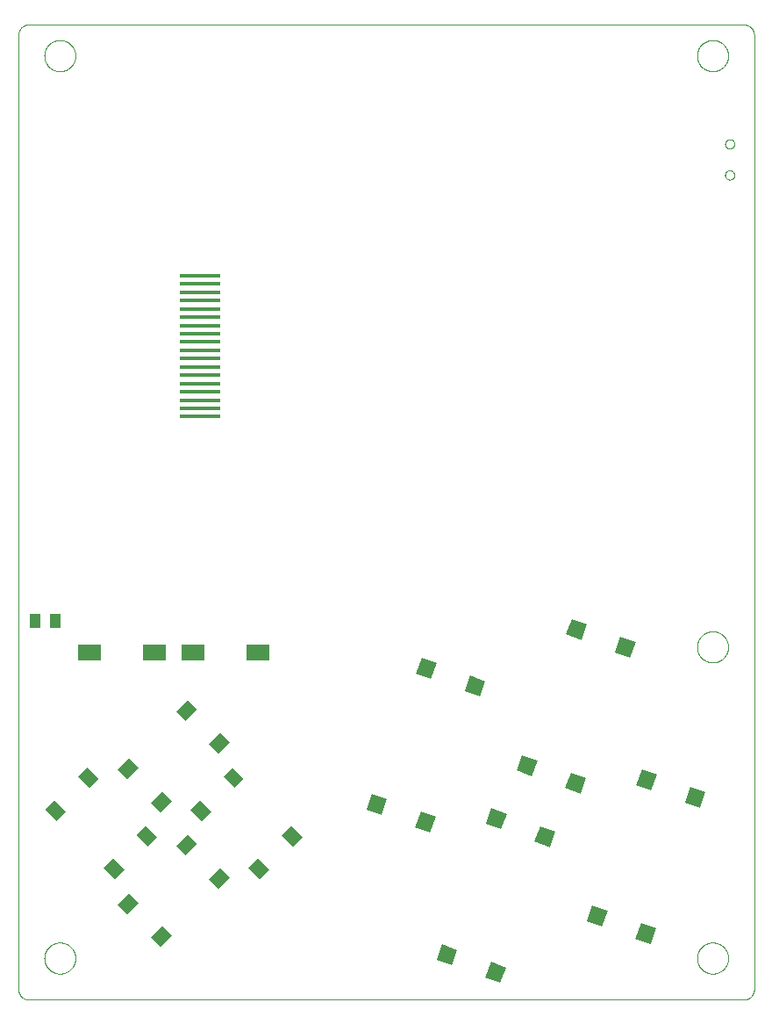
<source format=gtp>
G75*
%MOIN*%
%OFA0B0*%
%FSLAX25Y25*%
%IPPOS*%
%LPD*%
%AMOC8*
5,1,8,0,0,1.08239X$1,22.5*
%
%ADD10C,0.00000*%
%ADD11R,0.04331X0.05512*%
%ADD12R,0.15748X0.01575*%
%ADD13R,0.06299X0.06102*%
%ADD14R,0.09055X0.06299*%
%ADD15R,0.05118X0.06102*%
D10*
X0003248Y0006189D02*
X0003248Y0368394D01*
X0003250Y0368518D01*
X0003256Y0368641D01*
X0003265Y0368765D01*
X0003279Y0368887D01*
X0003296Y0369010D01*
X0003318Y0369132D01*
X0003343Y0369253D01*
X0003372Y0369373D01*
X0003404Y0369492D01*
X0003441Y0369611D01*
X0003481Y0369728D01*
X0003524Y0369843D01*
X0003572Y0369958D01*
X0003623Y0370070D01*
X0003677Y0370181D01*
X0003735Y0370291D01*
X0003796Y0370398D01*
X0003861Y0370504D01*
X0003929Y0370607D01*
X0004000Y0370708D01*
X0004074Y0370807D01*
X0004151Y0370904D01*
X0004232Y0370998D01*
X0004315Y0371089D01*
X0004401Y0371178D01*
X0004490Y0371264D01*
X0004581Y0371347D01*
X0004675Y0371428D01*
X0004772Y0371505D01*
X0004871Y0371579D01*
X0004972Y0371650D01*
X0005075Y0371718D01*
X0005181Y0371783D01*
X0005288Y0371844D01*
X0005398Y0371902D01*
X0005509Y0371956D01*
X0005621Y0372007D01*
X0005736Y0372055D01*
X0005851Y0372098D01*
X0005968Y0372138D01*
X0006087Y0372175D01*
X0006206Y0372207D01*
X0006326Y0372236D01*
X0006447Y0372261D01*
X0006569Y0372283D01*
X0006692Y0372300D01*
X0006814Y0372314D01*
X0006938Y0372323D01*
X0007061Y0372329D01*
X0007185Y0372331D01*
X0278839Y0372331D01*
X0278963Y0372329D01*
X0279086Y0372323D01*
X0279210Y0372314D01*
X0279332Y0372300D01*
X0279455Y0372283D01*
X0279577Y0372261D01*
X0279698Y0372236D01*
X0279818Y0372207D01*
X0279937Y0372175D01*
X0280056Y0372138D01*
X0280173Y0372098D01*
X0280288Y0372055D01*
X0280403Y0372007D01*
X0280515Y0371956D01*
X0280626Y0371902D01*
X0280736Y0371844D01*
X0280843Y0371783D01*
X0280949Y0371718D01*
X0281052Y0371650D01*
X0281153Y0371579D01*
X0281252Y0371505D01*
X0281349Y0371428D01*
X0281443Y0371347D01*
X0281534Y0371264D01*
X0281623Y0371178D01*
X0281709Y0371089D01*
X0281792Y0370998D01*
X0281873Y0370904D01*
X0281950Y0370807D01*
X0282024Y0370708D01*
X0282095Y0370607D01*
X0282163Y0370504D01*
X0282228Y0370398D01*
X0282289Y0370291D01*
X0282347Y0370181D01*
X0282401Y0370070D01*
X0282452Y0369958D01*
X0282500Y0369843D01*
X0282543Y0369728D01*
X0282583Y0369611D01*
X0282620Y0369492D01*
X0282652Y0369373D01*
X0282681Y0369253D01*
X0282706Y0369132D01*
X0282728Y0369010D01*
X0282745Y0368887D01*
X0282759Y0368765D01*
X0282768Y0368641D01*
X0282774Y0368518D01*
X0282776Y0368394D01*
X0282776Y0006189D01*
X0282774Y0006065D01*
X0282768Y0005942D01*
X0282759Y0005818D01*
X0282745Y0005696D01*
X0282728Y0005573D01*
X0282706Y0005451D01*
X0282681Y0005330D01*
X0282652Y0005210D01*
X0282620Y0005091D01*
X0282583Y0004972D01*
X0282543Y0004855D01*
X0282500Y0004740D01*
X0282452Y0004625D01*
X0282401Y0004513D01*
X0282347Y0004402D01*
X0282289Y0004292D01*
X0282228Y0004185D01*
X0282163Y0004079D01*
X0282095Y0003976D01*
X0282024Y0003875D01*
X0281950Y0003776D01*
X0281873Y0003679D01*
X0281792Y0003585D01*
X0281709Y0003494D01*
X0281623Y0003405D01*
X0281534Y0003319D01*
X0281443Y0003236D01*
X0281349Y0003155D01*
X0281252Y0003078D01*
X0281153Y0003004D01*
X0281052Y0002933D01*
X0280949Y0002865D01*
X0280843Y0002800D01*
X0280736Y0002739D01*
X0280626Y0002681D01*
X0280515Y0002627D01*
X0280403Y0002576D01*
X0280288Y0002528D01*
X0280173Y0002485D01*
X0280056Y0002445D01*
X0279937Y0002408D01*
X0279818Y0002376D01*
X0279698Y0002347D01*
X0279577Y0002322D01*
X0279455Y0002300D01*
X0279332Y0002283D01*
X0279210Y0002269D01*
X0279086Y0002260D01*
X0278963Y0002254D01*
X0278839Y0002252D01*
X0007185Y0002252D01*
X0007061Y0002254D01*
X0006938Y0002260D01*
X0006814Y0002269D01*
X0006692Y0002283D01*
X0006569Y0002300D01*
X0006447Y0002322D01*
X0006326Y0002347D01*
X0006206Y0002376D01*
X0006087Y0002408D01*
X0005968Y0002445D01*
X0005851Y0002485D01*
X0005736Y0002528D01*
X0005621Y0002576D01*
X0005509Y0002627D01*
X0005398Y0002681D01*
X0005288Y0002739D01*
X0005181Y0002800D01*
X0005075Y0002865D01*
X0004972Y0002933D01*
X0004871Y0003004D01*
X0004772Y0003078D01*
X0004675Y0003155D01*
X0004581Y0003236D01*
X0004490Y0003319D01*
X0004401Y0003405D01*
X0004315Y0003494D01*
X0004232Y0003585D01*
X0004151Y0003679D01*
X0004074Y0003776D01*
X0004000Y0003875D01*
X0003929Y0003976D01*
X0003861Y0004079D01*
X0003796Y0004185D01*
X0003735Y0004292D01*
X0003677Y0004402D01*
X0003623Y0004513D01*
X0003572Y0004625D01*
X0003524Y0004740D01*
X0003481Y0004855D01*
X0003441Y0004972D01*
X0003404Y0005091D01*
X0003372Y0005210D01*
X0003343Y0005330D01*
X0003318Y0005451D01*
X0003296Y0005573D01*
X0003279Y0005696D01*
X0003265Y0005818D01*
X0003256Y0005942D01*
X0003250Y0006065D01*
X0003248Y0006189D01*
X0013090Y0018000D02*
X0013092Y0018153D01*
X0013098Y0018307D01*
X0013108Y0018460D01*
X0013122Y0018612D01*
X0013140Y0018765D01*
X0013162Y0018916D01*
X0013187Y0019067D01*
X0013217Y0019218D01*
X0013251Y0019368D01*
X0013288Y0019516D01*
X0013329Y0019664D01*
X0013374Y0019810D01*
X0013423Y0019956D01*
X0013476Y0020100D01*
X0013532Y0020242D01*
X0013592Y0020383D01*
X0013656Y0020523D01*
X0013723Y0020661D01*
X0013794Y0020797D01*
X0013869Y0020931D01*
X0013946Y0021063D01*
X0014028Y0021193D01*
X0014112Y0021321D01*
X0014200Y0021447D01*
X0014291Y0021570D01*
X0014385Y0021691D01*
X0014483Y0021809D01*
X0014583Y0021925D01*
X0014687Y0022038D01*
X0014793Y0022149D01*
X0014902Y0022257D01*
X0015014Y0022362D01*
X0015128Y0022463D01*
X0015246Y0022562D01*
X0015365Y0022658D01*
X0015487Y0022751D01*
X0015612Y0022840D01*
X0015739Y0022927D01*
X0015868Y0023009D01*
X0015999Y0023089D01*
X0016132Y0023165D01*
X0016267Y0023238D01*
X0016404Y0023307D01*
X0016543Y0023372D01*
X0016683Y0023434D01*
X0016825Y0023492D01*
X0016968Y0023547D01*
X0017113Y0023598D01*
X0017259Y0023645D01*
X0017406Y0023688D01*
X0017554Y0023727D01*
X0017703Y0023763D01*
X0017853Y0023794D01*
X0018004Y0023822D01*
X0018155Y0023846D01*
X0018308Y0023866D01*
X0018460Y0023882D01*
X0018613Y0023894D01*
X0018766Y0023902D01*
X0018919Y0023906D01*
X0019073Y0023906D01*
X0019226Y0023902D01*
X0019379Y0023894D01*
X0019532Y0023882D01*
X0019684Y0023866D01*
X0019837Y0023846D01*
X0019988Y0023822D01*
X0020139Y0023794D01*
X0020289Y0023763D01*
X0020438Y0023727D01*
X0020586Y0023688D01*
X0020733Y0023645D01*
X0020879Y0023598D01*
X0021024Y0023547D01*
X0021167Y0023492D01*
X0021309Y0023434D01*
X0021449Y0023372D01*
X0021588Y0023307D01*
X0021725Y0023238D01*
X0021860Y0023165D01*
X0021993Y0023089D01*
X0022124Y0023009D01*
X0022253Y0022927D01*
X0022380Y0022840D01*
X0022505Y0022751D01*
X0022627Y0022658D01*
X0022746Y0022562D01*
X0022864Y0022463D01*
X0022978Y0022362D01*
X0023090Y0022257D01*
X0023199Y0022149D01*
X0023305Y0022038D01*
X0023409Y0021925D01*
X0023509Y0021809D01*
X0023607Y0021691D01*
X0023701Y0021570D01*
X0023792Y0021447D01*
X0023880Y0021321D01*
X0023964Y0021193D01*
X0024046Y0021063D01*
X0024123Y0020931D01*
X0024198Y0020797D01*
X0024269Y0020661D01*
X0024336Y0020523D01*
X0024400Y0020383D01*
X0024460Y0020242D01*
X0024516Y0020100D01*
X0024569Y0019956D01*
X0024618Y0019810D01*
X0024663Y0019664D01*
X0024704Y0019516D01*
X0024741Y0019368D01*
X0024775Y0019218D01*
X0024805Y0019067D01*
X0024830Y0018916D01*
X0024852Y0018765D01*
X0024870Y0018612D01*
X0024884Y0018460D01*
X0024894Y0018307D01*
X0024900Y0018153D01*
X0024902Y0018000D01*
X0024900Y0017847D01*
X0024894Y0017693D01*
X0024884Y0017540D01*
X0024870Y0017388D01*
X0024852Y0017235D01*
X0024830Y0017084D01*
X0024805Y0016933D01*
X0024775Y0016782D01*
X0024741Y0016632D01*
X0024704Y0016484D01*
X0024663Y0016336D01*
X0024618Y0016190D01*
X0024569Y0016044D01*
X0024516Y0015900D01*
X0024460Y0015758D01*
X0024400Y0015617D01*
X0024336Y0015477D01*
X0024269Y0015339D01*
X0024198Y0015203D01*
X0024123Y0015069D01*
X0024046Y0014937D01*
X0023964Y0014807D01*
X0023880Y0014679D01*
X0023792Y0014553D01*
X0023701Y0014430D01*
X0023607Y0014309D01*
X0023509Y0014191D01*
X0023409Y0014075D01*
X0023305Y0013962D01*
X0023199Y0013851D01*
X0023090Y0013743D01*
X0022978Y0013638D01*
X0022864Y0013537D01*
X0022746Y0013438D01*
X0022627Y0013342D01*
X0022505Y0013249D01*
X0022380Y0013160D01*
X0022253Y0013073D01*
X0022124Y0012991D01*
X0021993Y0012911D01*
X0021860Y0012835D01*
X0021725Y0012762D01*
X0021588Y0012693D01*
X0021449Y0012628D01*
X0021309Y0012566D01*
X0021167Y0012508D01*
X0021024Y0012453D01*
X0020879Y0012402D01*
X0020733Y0012355D01*
X0020586Y0012312D01*
X0020438Y0012273D01*
X0020289Y0012237D01*
X0020139Y0012206D01*
X0019988Y0012178D01*
X0019837Y0012154D01*
X0019684Y0012134D01*
X0019532Y0012118D01*
X0019379Y0012106D01*
X0019226Y0012098D01*
X0019073Y0012094D01*
X0018919Y0012094D01*
X0018766Y0012098D01*
X0018613Y0012106D01*
X0018460Y0012118D01*
X0018308Y0012134D01*
X0018155Y0012154D01*
X0018004Y0012178D01*
X0017853Y0012206D01*
X0017703Y0012237D01*
X0017554Y0012273D01*
X0017406Y0012312D01*
X0017259Y0012355D01*
X0017113Y0012402D01*
X0016968Y0012453D01*
X0016825Y0012508D01*
X0016683Y0012566D01*
X0016543Y0012628D01*
X0016404Y0012693D01*
X0016267Y0012762D01*
X0016132Y0012835D01*
X0015999Y0012911D01*
X0015868Y0012991D01*
X0015739Y0013073D01*
X0015612Y0013160D01*
X0015487Y0013249D01*
X0015365Y0013342D01*
X0015246Y0013438D01*
X0015128Y0013537D01*
X0015014Y0013638D01*
X0014902Y0013743D01*
X0014793Y0013851D01*
X0014687Y0013962D01*
X0014583Y0014075D01*
X0014483Y0014191D01*
X0014385Y0014309D01*
X0014291Y0014430D01*
X0014200Y0014553D01*
X0014112Y0014679D01*
X0014028Y0014807D01*
X0013946Y0014937D01*
X0013869Y0015069D01*
X0013794Y0015203D01*
X0013723Y0015339D01*
X0013656Y0015477D01*
X0013592Y0015617D01*
X0013532Y0015758D01*
X0013476Y0015900D01*
X0013423Y0016044D01*
X0013374Y0016190D01*
X0013329Y0016336D01*
X0013288Y0016484D01*
X0013251Y0016632D01*
X0013217Y0016782D01*
X0013187Y0016933D01*
X0013162Y0017084D01*
X0013140Y0017235D01*
X0013122Y0017388D01*
X0013108Y0017540D01*
X0013098Y0017693D01*
X0013092Y0017847D01*
X0013090Y0018000D01*
X0261122Y0018000D02*
X0261124Y0018153D01*
X0261130Y0018307D01*
X0261140Y0018460D01*
X0261154Y0018612D01*
X0261172Y0018765D01*
X0261194Y0018916D01*
X0261219Y0019067D01*
X0261249Y0019218D01*
X0261283Y0019368D01*
X0261320Y0019516D01*
X0261361Y0019664D01*
X0261406Y0019810D01*
X0261455Y0019956D01*
X0261508Y0020100D01*
X0261564Y0020242D01*
X0261624Y0020383D01*
X0261688Y0020523D01*
X0261755Y0020661D01*
X0261826Y0020797D01*
X0261901Y0020931D01*
X0261978Y0021063D01*
X0262060Y0021193D01*
X0262144Y0021321D01*
X0262232Y0021447D01*
X0262323Y0021570D01*
X0262417Y0021691D01*
X0262515Y0021809D01*
X0262615Y0021925D01*
X0262719Y0022038D01*
X0262825Y0022149D01*
X0262934Y0022257D01*
X0263046Y0022362D01*
X0263160Y0022463D01*
X0263278Y0022562D01*
X0263397Y0022658D01*
X0263519Y0022751D01*
X0263644Y0022840D01*
X0263771Y0022927D01*
X0263900Y0023009D01*
X0264031Y0023089D01*
X0264164Y0023165D01*
X0264299Y0023238D01*
X0264436Y0023307D01*
X0264575Y0023372D01*
X0264715Y0023434D01*
X0264857Y0023492D01*
X0265000Y0023547D01*
X0265145Y0023598D01*
X0265291Y0023645D01*
X0265438Y0023688D01*
X0265586Y0023727D01*
X0265735Y0023763D01*
X0265885Y0023794D01*
X0266036Y0023822D01*
X0266187Y0023846D01*
X0266340Y0023866D01*
X0266492Y0023882D01*
X0266645Y0023894D01*
X0266798Y0023902D01*
X0266951Y0023906D01*
X0267105Y0023906D01*
X0267258Y0023902D01*
X0267411Y0023894D01*
X0267564Y0023882D01*
X0267716Y0023866D01*
X0267869Y0023846D01*
X0268020Y0023822D01*
X0268171Y0023794D01*
X0268321Y0023763D01*
X0268470Y0023727D01*
X0268618Y0023688D01*
X0268765Y0023645D01*
X0268911Y0023598D01*
X0269056Y0023547D01*
X0269199Y0023492D01*
X0269341Y0023434D01*
X0269481Y0023372D01*
X0269620Y0023307D01*
X0269757Y0023238D01*
X0269892Y0023165D01*
X0270025Y0023089D01*
X0270156Y0023009D01*
X0270285Y0022927D01*
X0270412Y0022840D01*
X0270537Y0022751D01*
X0270659Y0022658D01*
X0270778Y0022562D01*
X0270896Y0022463D01*
X0271010Y0022362D01*
X0271122Y0022257D01*
X0271231Y0022149D01*
X0271337Y0022038D01*
X0271441Y0021925D01*
X0271541Y0021809D01*
X0271639Y0021691D01*
X0271733Y0021570D01*
X0271824Y0021447D01*
X0271912Y0021321D01*
X0271996Y0021193D01*
X0272078Y0021063D01*
X0272155Y0020931D01*
X0272230Y0020797D01*
X0272301Y0020661D01*
X0272368Y0020523D01*
X0272432Y0020383D01*
X0272492Y0020242D01*
X0272548Y0020100D01*
X0272601Y0019956D01*
X0272650Y0019810D01*
X0272695Y0019664D01*
X0272736Y0019516D01*
X0272773Y0019368D01*
X0272807Y0019218D01*
X0272837Y0019067D01*
X0272862Y0018916D01*
X0272884Y0018765D01*
X0272902Y0018612D01*
X0272916Y0018460D01*
X0272926Y0018307D01*
X0272932Y0018153D01*
X0272934Y0018000D01*
X0272932Y0017847D01*
X0272926Y0017693D01*
X0272916Y0017540D01*
X0272902Y0017388D01*
X0272884Y0017235D01*
X0272862Y0017084D01*
X0272837Y0016933D01*
X0272807Y0016782D01*
X0272773Y0016632D01*
X0272736Y0016484D01*
X0272695Y0016336D01*
X0272650Y0016190D01*
X0272601Y0016044D01*
X0272548Y0015900D01*
X0272492Y0015758D01*
X0272432Y0015617D01*
X0272368Y0015477D01*
X0272301Y0015339D01*
X0272230Y0015203D01*
X0272155Y0015069D01*
X0272078Y0014937D01*
X0271996Y0014807D01*
X0271912Y0014679D01*
X0271824Y0014553D01*
X0271733Y0014430D01*
X0271639Y0014309D01*
X0271541Y0014191D01*
X0271441Y0014075D01*
X0271337Y0013962D01*
X0271231Y0013851D01*
X0271122Y0013743D01*
X0271010Y0013638D01*
X0270896Y0013537D01*
X0270778Y0013438D01*
X0270659Y0013342D01*
X0270537Y0013249D01*
X0270412Y0013160D01*
X0270285Y0013073D01*
X0270156Y0012991D01*
X0270025Y0012911D01*
X0269892Y0012835D01*
X0269757Y0012762D01*
X0269620Y0012693D01*
X0269481Y0012628D01*
X0269341Y0012566D01*
X0269199Y0012508D01*
X0269056Y0012453D01*
X0268911Y0012402D01*
X0268765Y0012355D01*
X0268618Y0012312D01*
X0268470Y0012273D01*
X0268321Y0012237D01*
X0268171Y0012206D01*
X0268020Y0012178D01*
X0267869Y0012154D01*
X0267716Y0012134D01*
X0267564Y0012118D01*
X0267411Y0012106D01*
X0267258Y0012098D01*
X0267105Y0012094D01*
X0266951Y0012094D01*
X0266798Y0012098D01*
X0266645Y0012106D01*
X0266492Y0012118D01*
X0266340Y0012134D01*
X0266187Y0012154D01*
X0266036Y0012178D01*
X0265885Y0012206D01*
X0265735Y0012237D01*
X0265586Y0012273D01*
X0265438Y0012312D01*
X0265291Y0012355D01*
X0265145Y0012402D01*
X0265000Y0012453D01*
X0264857Y0012508D01*
X0264715Y0012566D01*
X0264575Y0012628D01*
X0264436Y0012693D01*
X0264299Y0012762D01*
X0264164Y0012835D01*
X0264031Y0012911D01*
X0263900Y0012991D01*
X0263771Y0013073D01*
X0263644Y0013160D01*
X0263519Y0013249D01*
X0263397Y0013342D01*
X0263278Y0013438D01*
X0263160Y0013537D01*
X0263046Y0013638D01*
X0262934Y0013743D01*
X0262825Y0013851D01*
X0262719Y0013962D01*
X0262615Y0014075D01*
X0262515Y0014191D01*
X0262417Y0014309D01*
X0262323Y0014430D01*
X0262232Y0014553D01*
X0262144Y0014679D01*
X0262060Y0014807D01*
X0261978Y0014937D01*
X0261901Y0015069D01*
X0261826Y0015203D01*
X0261755Y0015339D01*
X0261688Y0015477D01*
X0261624Y0015617D01*
X0261564Y0015758D01*
X0261508Y0015900D01*
X0261455Y0016044D01*
X0261406Y0016190D01*
X0261361Y0016336D01*
X0261320Y0016484D01*
X0261283Y0016632D01*
X0261249Y0016782D01*
X0261219Y0016933D01*
X0261194Y0017084D01*
X0261172Y0017235D01*
X0261154Y0017388D01*
X0261140Y0017540D01*
X0261130Y0017693D01*
X0261124Y0017847D01*
X0261122Y0018000D01*
X0261122Y0136110D02*
X0261124Y0136263D01*
X0261130Y0136417D01*
X0261140Y0136570D01*
X0261154Y0136722D01*
X0261172Y0136875D01*
X0261194Y0137026D01*
X0261219Y0137177D01*
X0261249Y0137328D01*
X0261283Y0137478D01*
X0261320Y0137626D01*
X0261361Y0137774D01*
X0261406Y0137920D01*
X0261455Y0138066D01*
X0261508Y0138210D01*
X0261564Y0138352D01*
X0261624Y0138493D01*
X0261688Y0138633D01*
X0261755Y0138771D01*
X0261826Y0138907D01*
X0261901Y0139041D01*
X0261978Y0139173D01*
X0262060Y0139303D01*
X0262144Y0139431D01*
X0262232Y0139557D01*
X0262323Y0139680D01*
X0262417Y0139801D01*
X0262515Y0139919D01*
X0262615Y0140035D01*
X0262719Y0140148D01*
X0262825Y0140259D01*
X0262934Y0140367D01*
X0263046Y0140472D01*
X0263160Y0140573D01*
X0263278Y0140672D01*
X0263397Y0140768D01*
X0263519Y0140861D01*
X0263644Y0140950D01*
X0263771Y0141037D01*
X0263900Y0141119D01*
X0264031Y0141199D01*
X0264164Y0141275D01*
X0264299Y0141348D01*
X0264436Y0141417D01*
X0264575Y0141482D01*
X0264715Y0141544D01*
X0264857Y0141602D01*
X0265000Y0141657D01*
X0265145Y0141708D01*
X0265291Y0141755D01*
X0265438Y0141798D01*
X0265586Y0141837D01*
X0265735Y0141873D01*
X0265885Y0141904D01*
X0266036Y0141932D01*
X0266187Y0141956D01*
X0266340Y0141976D01*
X0266492Y0141992D01*
X0266645Y0142004D01*
X0266798Y0142012D01*
X0266951Y0142016D01*
X0267105Y0142016D01*
X0267258Y0142012D01*
X0267411Y0142004D01*
X0267564Y0141992D01*
X0267716Y0141976D01*
X0267869Y0141956D01*
X0268020Y0141932D01*
X0268171Y0141904D01*
X0268321Y0141873D01*
X0268470Y0141837D01*
X0268618Y0141798D01*
X0268765Y0141755D01*
X0268911Y0141708D01*
X0269056Y0141657D01*
X0269199Y0141602D01*
X0269341Y0141544D01*
X0269481Y0141482D01*
X0269620Y0141417D01*
X0269757Y0141348D01*
X0269892Y0141275D01*
X0270025Y0141199D01*
X0270156Y0141119D01*
X0270285Y0141037D01*
X0270412Y0140950D01*
X0270537Y0140861D01*
X0270659Y0140768D01*
X0270778Y0140672D01*
X0270896Y0140573D01*
X0271010Y0140472D01*
X0271122Y0140367D01*
X0271231Y0140259D01*
X0271337Y0140148D01*
X0271441Y0140035D01*
X0271541Y0139919D01*
X0271639Y0139801D01*
X0271733Y0139680D01*
X0271824Y0139557D01*
X0271912Y0139431D01*
X0271996Y0139303D01*
X0272078Y0139173D01*
X0272155Y0139041D01*
X0272230Y0138907D01*
X0272301Y0138771D01*
X0272368Y0138633D01*
X0272432Y0138493D01*
X0272492Y0138352D01*
X0272548Y0138210D01*
X0272601Y0138066D01*
X0272650Y0137920D01*
X0272695Y0137774D01*
X0272736Y0137626D01*
X0272773Y0137478D01*
X0272807Y0137328D01*
X0272837Y0137177D01*
X0272862Y0137026D01*
X0272884Y0136875D01*
X0272902Y0136722D01*
X0272916Y0136570D01*
X0272926Y0136417D01*
X0272932Y0136263D01*
X0272934Y0136110D01*
X0272932Y0135957D01*
X0272926Y0135803D01*
X0272916Y0135650D01*
X0272902Y0135498D01*
X0272884Y0135345D01*
X0272862Y0135194D01*
X0272837Y0135043D01*
X0272807Y0134892D01*
X0272773Y0134742D01*
X0272736Y0134594D01*
X0272695Y0134446D01*
X0272650Y0134300D01*
X0272601Y0134154D01*
X0272548Y0134010D01*
X0272492Y0133868D01*
X0272432Y0133727D01*
X0272368Y0133587D01*
X0272301Y0133449D01*
X0272230Y0133313D01*
X0272155Y0133179D01*
X0272078Y0133047D01*
X0271996Y0132917D01*
X0271912Y0132789D01*
X0271824Y0132663D01*
X0271733Y0132540D01*
X0271639Y0132419D01*
X0271541Y0132301D01*
X0271441Y0132185D01*
X0271337Y0132072D01*
X0271231Y0131961D01*
X0271122Y0131853D01*
X0271010Y0131748D01*
X0270896Y0131647D01*
X0270778Y0131548D01*
X0270659Y0131452D01*
X0270537Y0131359D01*
X0270412Y0131270D01*
X0270285Y0131183D01*
X0270156Y0131101D01*
X0270025Y0131021D01*
X0269892Y0130945D01*
X0269757Y0130872D01*
X0269620Y0130803D01*
X0269481Y0130738D01*
X0269341Y0130676D01*
X0269199Y0130618D01*
X0269056Y0130563D01*
X0268911Y0130512D01*
X0268765Y0130465D01*
X0268618Y0130422D01*
X0268470Y0130383D01*
X0268321Y0130347D01*
X0268171Y0130316D01*
X0268020Y0130288D01*
X0267869Y0130264D01*
X0267716Y0130244D01*
X0267564Y0130228D01*
X0267411Y0130216D01*
X0267258Y0130208D01*
X0267105Y0130204D01*
X0266951Y0130204D01*
X0266798Y0130208D01*
X0266645Y0130216D01*
X0266492Y0130228D01*
X0266340Y0130244D01*
X0266187Y0130264D01*
X0266036Y0130288D01*
X0265885Y0130316D01*
X0265735Y0130347D01*
X0265586Y0130383D01*
X0265438Y0130422D01*
X0265291Y0130465D01*
X0265145Y0130512D01*
X0265000Y0130563D01*
X0264857Y0130618D01*
X0264715Y0130676D01*
X0264575Y0130738D01*
X0264436Y0130803D01*
X0264299Y0130872D01*
X0264164Y0130945D01*
X0264031Y0131021D01*
X0263900Y0131101D01*
X0263771Y0131183D01*
X0263644Y0131270D01*
X0263519Y0131359D01*
X0263397Y0131452D01*
X0263278Y0131548D01*
X0263160Y0131647D01*
X0263046Y0131748D01*
X0262934Y0131853D01*
X0262825Y0131961D01*
X0262719Y0132072D01*
X0262615Y0132185D01*
X0262515Y0132301D01*
X0262417Y0132419D01*
X0262323Y0132540D01*
X0262232Y0132663D01*
X0262144Y0132789D01*
X0262060Y0132917D01*
X0261978Y0133047D01*
X0261901Y0133179D01*
X0261826Y0133313D01*
X0261755Y0133449D01*
X0261688Y0133587D01*
X0261624Y0133727D01*
X0261564Y0133868D01*
X0261508Y0134010D01*
X0261455Y0134154D01*
X0261406Y0134300D01*
X0261361Y0134446D01*
X0261320Y0134594D01*
X0261283Y0134742D01*
X0261249Y0134892D01*
X0261219Y0135043D01*
X0261194Y0135194D01*
X0261172Y0135345D01*
X0261154Y0135498D01*
X0261140Y0135650D01*
X0261130Y0135803D01*
X0261124Y0135957D01*
X0261122Y0136110D01*
X0271752Y0315244D02*
X0271754Y0315328D01*
X0271760Y0315411D01*
X0271770Y0315494D01*
X0271784Y0315577D01*
X0271801Y0315659D01*
X0271823Y0315740D01*
X0271848Y0315819D01*
X0271877Y0315898D01*
X0271910Y0315975D01*
X0271946Y0316050D01*
X0271986Y0316124D01*
X0272029Y0316196D01*
X0272076Y0316265D01*
X0272126Y0316332D01*
X0272179Y0316397D01*
X0272235Y0316459D01*
X0272293Y0316519D01*
X0272355Y0316576D01*
X0272419Y0316629D01*
X0272486Y0316680D01*
X0272555Y0316727D01*
X0272626Y0316772D01*
X0272699Y0316812D01*
X0272774Y0316849D01*
X0272851Y0316883D01*
X0272929Y0316913D01*
X0273008Y0316939D01*
X0273089Y0316962D01*
X0273171Y0316980D01*
X0273253Y0316995D01*
X0273336Y0317006D01*
X0273419Y0317013D01*
X0273503Y0317016D01*
X0273587Y0317015D01*
X0273670Y0317010D01*
X0273754Y0317001D01*
X0273836Y0316988D01*
X0273918Y0316972D01*
X0273999Y0316951D01*
X0274080Y0316927D01*
X0274158Y0316899D01*
X0274236Y0316867D01*
X0274312Y0316831D01*
X0274386Y0316792D01*
X0274458Y0316750D01*
X0274528Y0316704D01*
X0274596Y0316655D01*
X0274661Y0316603D01*
X0274724Y0316548D01*
X0274784Y0316490D01*
X0274842Y0316429D01*
X0274896Y0316365D01*
X0274948Y0316299D01*
X0274996Y0316231D01*
X0275041Y0316160D01*
X0275082Y0316087D01*
X0275121Y0316013D01*
X0275155Y0315937D01*
X0275186Y0315859D01*
X0275213Y0315780D01*
X0275237Y0315699D01*
X0275256Y0315618D01*
X0275272Y0315536D01*
X0275284Y0315453D01*
X0275292Y0315369D01*
X0275296Y0315286D01*
X0275296Y0315202D01*
X0275292Y0315119D01*
X0275284Y0315035D01*
X0275272Y0314952D01*
X0275256Y0314870D01*
X0275237Y0314789D01*
X0275213Y0314708D01*
X0275186Y0314629D01*
X0275155Y0314551D01*
X0275121Y0314475D01*
X0275082Y0314401D01*
X0275041Y0314328D01*
X0274996Y0314257D01*
X0274948Y0314189D01*
X0274896Y0314123D01*
X0274842Y0314059D01*
X0274784Y0313998D01*
X0274724Y0313940D01*
X0274661Y0313885D01*
X0274596Y0313833D01*
X0274528Y0313784D01*
X0274458Y0313738D01*
X0274386Y0313696D01*
X0274312Y0313657D01*
X0274236Y0313621D01*
X0274158Y0313589D01*
X0274080Y0313561D01*
X0273999Y0313537D01*
X0273918Y0313516D01*
X0273836Y0313500D01*
X0273754Y0313487D01*
X0273670Y0313478D01*
X0273587Y0313473D01*
X0273503Y0313472D01*
X0273419Y0313475D01*
X0273336Y0313482D01*
X0273253Y0313493D01*
X0273171Y0313508D01*
X0273089Y0313526D01*
X0273008Y0313549D01*
X0272929Y0313575D01*
X0272851Y0313605D01*
X0272774Y0313639D01*
X0272699Y0313676D01*
X0272626Y0313716D01*
X0272555Y0313761D01*
X0272486Y0313808D01*
X0272419Y0313859D01*
X0272355Y0313912D01*
X0272293Y0313969D01*
X0272235Y0314029D01*
X0272179Y0314091D01*
X0272126Y0314156D01*
X0272076Y0314223D01*
X0272029Y0314292D01*
X0271986Y0314364D01*
X0271946Y0314438D01*
X0271910Y0314513D01*
X0271877Y0314590D01*
X0271848Y0314669D01*
X0271823Y0314748D01*
X0271801Y0314829D01*
X0271784Y0314911D01*
X0271770Y0314994D01*
X0271760Y0315077D01*
X0271754Y0315160D01*
X0271752Y0315244D01*
X0271752Y0327055D02*
X0271754Y0327139D01*
X0271760Y0327222D01*
X0271770Y0327305D01*
X0271784Y0327388D01*
X0271801Y0327470D01*
X0271823Y0327551D01*
X0271848Y0327630D01*
X0271877Y0327709D01*
X0271910Y0327786D01*
X0271946Y0327861D01*
X0271986Y0327935D01*
X0272029Y0328007D01*
X0272076Y0328076D01*
X0272126Y0328143D01*
X0272179Y0328208D01*
X0272235Y0328270D01*
X0272293Y0328330D01*
X0272355Y0328387D01*
X0272419Y0328440D01*
X0272486Y0328491D01*
X0272555Y0328538D01*
X0272626Y0328583D01*
X0272699Y0328623D01*
X0272774Y0328660D01*
X0272851Y0328694D01*
X0272929Y0328724D01*
X0273008Y0328750D01*
X0273089Y0328773D01*
X0273171Y0328791D01*
X0273253Y0328806D01*
X0273336Y0328817D01*
X0273419Y0328824D01*
X0273503Y0328827D01*
X0273587Y0328826D01*
X0273670Y0328821D01*
X0273754Y0328812D01*
X0273836Y0328799D01*
X0273918Y0328783D01*
X0273999Y0328762D01*
X0274080Y0328738D01*
X0274158Y0328710D01*
X0274236Y0328678D01*
X0274312Y0328642D01*
X0274386Y0328603D01*
X0274458Y0328561D01*
X0274528Y0328515D01*
X0274596Y0328466D01*
X0274661Y0328414D01*
X0274724Y0328359D01*
X0274784Y0328301D01*
X0274842Y0328240D01*
X0274896Y0328176D01*
X0274948Y0328110D01*
X0274996Y0328042D01*
X0275041Y0327971D01*
X0275082Y0327898D01*
X0275121Y0327824D01*
X0275155Y0327748D01*
X0275186Y0327670D01*
X0275213Y0327591D01*
X0275237Y0327510D01*
X0275256Y0327429D01*
X0275272Y0327347D01*
X0275284Y0327264D01*
X0275292Y0327180D01*
X0275296Y0327097D01*
X0275296Y0327013D01*
X0275292Y0326930D01*
X0275284Y0326846D01*
X0275272Y0326763D01*
X0275256Y0326681D01*
X0275237Y0326600D01*
X0275213Y0326519D01*
X0275186Y0326440D01*
X0275155Y0326362D01*
X0275121Y0326286D01*
X0275082Y0326212D01*
X0275041Y0326139D01*
X0274996Y0326068D01*
X0274948Y0326000D01*
X0274896Y0325934D01*
X0274842Y0325870D01*
X0274784Y0325809D01*
X0274724Y0325751D01*
X0274661Y0325696D01*
X0274596Y0325644D01*
X0274528Y0325595D01*
X0274458Y0325549D01*
X0274386Y0325507D01*
X0274312Y0325468D01*
X0274236Y0325432D01*
X0274158Y0325400D01*
X0274080Y0325372D01*
X0273999Y0325348D01*
X0273918Y0325327D01*
X0273836Y0325311D01*
X0273754Y0325298D01*
X0273670Y0325289D01*
X0273587Y0325284D01*
X0273503Y0325283D01*
X0273419Y0325286D01*
X0273336Y0325293D01*
X0273253Y0325304D01*
X0273171Y0325319D01*
X0273089Y0325337D01*
X0273008Y0325360D01*
X0272929Y0325386D01*
X0272851Y0325416D01*
X0272774Y0325450D01*
X0272699Y0325487D01*
X0272626Y0325527D01*
X0272555Y0325572D01*
X0272486Y0325619D01*
X0272419Y0325670D01*
X0272355Y0325723D01*
X0272293Y0325780D01*
X0272235Y0325840D01*
X0272179Y0325902D01*
X0272126Y0325967D01*
X0272076Y0326034D01*
X0272029Y0326103D01*
X0271986Y0326175D01*
X0271946Y0326249D01*
X0271910Y0326324D01*
X0271877Y0326401D01*
X0271848Y0326480D01*
X0271823Y0326559D01*
X0271801Y0326640D01*
X0271784Y0326722D01*
X0271770Y0326805D01*
X0271760Y0326888D01*
X0271754Y0326971D01*
X0271752Y0327055D01*
X0261122Y0360520D02*
X0261124Y0360673D01*
X0261130Y0360827D01*
X0261140Y0360980D01*
X0261154Y0361132D01*
X0261172Y0361285D01*
X0261194Y0361436D01*
X0261219Y0361587D01*
X0261249Y0361738D01*
X0261283Y0361888D01*
X0261320Y0362036D01*
X0261361Y0362184D01*
X0261406Y0362330D01*
X0261455Y0362476D01*
X0261508Y0362620D01*
X0261564Y0362762D01*
X0261624Y0362903D01*
X0261688Y0363043D01*
X0261755Y0363181D01*
X0261826Y0363317D01*
X0261901Y0363451D01*
X0261978Y0363583D01*
X0262060Y0363713D01*
X0262144Y0363841D01*
X0262232Y0363967D01*
X0262323Y0364090D01*
X0262417Y0364211D01*
X0262515Y0364329D01*
X0262615Y0364445D01*
X0262719Y0364558D01*
X0262825Y0364669D01*
X0262934Y0364777D01*
X0263046Y0364882D01*
X0263160Y0364983D01*
X0263278Y0365082D01*
X0263397Y0365178D01*
X0263519Y0365271D01*
X0263644Y0365360D01*
X0263771Y0365447D01*
X0263900Y0365529D01*
X0264031Y0365609D01*
X0264164Y0365685D01*
X0264299Y0365758D01*
X0264436Y0365827D01*
X0264575Y0365892D01*
X0264715Y0365954D01*
X0264857Y0366012D01*
X0265000Y0366067D01*
X0265145Y0366118D01*
X0265291Y0366165D01*
X0265438Y0366208D01*
X0265586Y0366247D01*
X0265735Y0366283D01*
X0265885Y0366314D01*
X0266036Y0366342D01*
X0266187Y0366366D01*
X0266340Y0366386D01*
X0266492Y0366402D01*
X0266645Y0366414D01*
X0266798Y0366422D01*
X0266951Y0366426D01*
X0267105Y0366426D01*
X0267258Y0366422D01*
X0267411Y0366414D01*
X0267564Y0366402D01*
X0267716Y0366386D01*
X0267869Y0366366D01*
X0268020Y0366342D01*
X0268171Y0366314D01*
X0268321Y0366283D01*
X0268470Y0366247D01*
X0268618Y0366208D01*
X0268765Y0366165D01*
X0268911Y0366118D01*
X0269056Y0366067D01*
X0269199Y0366012D01*
X0269341Y0365954D01*
X0269481Y0365892D01*
X0269620Y0365827D01*
X0269757Y0365758D01*
X0269892Y0365685D01*
X0270025Y0365609D01*
X0270156Y0365529D01*
X0270285Y0365447D01*
X0270412Y0365360D01*
X0270537Y0365271D01*
X0270659Y0365178D01*
X0270778Y0365082D01*
X0270896Y0364983D01*
X0271010Y0364882D01*
X0271122Y0364777D01*
X0271231Y0364669D01*
X0271337Y0364558D01*
X0271441Y0364445D01*
X0271541Y0364329D01*
X0271639Y0364211D01*
X0271733Y0364090D01*
X0271824Y0363967D01*
X0271912Y0363841D01*
X0271996Y0363713D01*
X0272078Y0363583D01*
X0272155Y0363451D01*
X0272230Y0363317D01*
X0272301Y0363181D01*
X0272368Y0363043D01*
X0272432Y0362903D01*
X0272492Y0362762D01*
X0272548Y0362620D01*
X0272601Y0362476D01*
X0272650Y0362330D01*
X0272695Y0362184D01*
X0272736Y0362036D01*
X0272773Y0361888D01*
X0272807Y0361738D01*
X0272837Y0361587D01*
X0272862Y0361436D01*
X0272884Y0361285D01*
X0272902Y0361132D01*
X0272916Y0360980D01*
X0272926Y0360827D01*
X0272932Y0360673D01*
X0272934Y0360520D01*
X0272932Y0360367D01*
X0272926Y0360213D01*
X0272916Y0360060D01*
X0272902Y0359908D01*
X0272884Y0359755D01*
X0272862Y0359604D01*
X0272837Y0359453D01*
X0272807Y0359302D01*
X0272773Y0359152D01*
X0272736Y0359004D01*
X0272695Y0358856D01*
X0272650Y0358710D01*
X0272601Y0358564D01*
X0272548Y0358420D01*
X0272492Y0358278D01*
X0272432Y0358137D01*
X0272368Y0357997D01*
X0272301Y0357859D01*
X0272230Y0357723D01*
X0272155Y0357589D01*
X0272078Y0357457D01*
X0271996Y0357327D01*
X0271912Y0357199D01*
X0271824Y0357073D01*
X0271733Y0356950D01*
X0271639Y0356829D01*
X0271541Y0356711D01*
X0271441Y0356595D01*
X0271337Y0356482D01*
X0271231Y0356371D01*
X0271122Y0356263D01*
X0271010Y0356158D01*
X0270896Y0356057D01*
X0270778Y0355958D01*
X0270659Y0355862D01*
X0270537Y0355769D01*
X0270412Y0355680D01*
X0270285Y0355593D01*
X0270156Y0355511D01*
X0270025Y0355431D01*
X0269892Y0355355D01*
X0269757Y0355282D01*
X0269620Y0355213D01*
X0269481Y0355148D01*
X0269341Y0355086D01*
X0269199Y0355028D01*
X0269056Y0354973D01*
X0268911Y0354922D01*
X0268765Y0354875D01*
X0268618Y0354832D01*
X0268470Y0354793D01*
X0268321Y0354757D01*
X0268171Y0354726D01*
X0268020Y0354698D01*
X0267869Y0354674D01*
X0267716Y0354654D01*
X0267564Y0354638D01*
X0267411Y0354626D01*
X0267258Y0354618D01*
X0267105Y0354614D01*
X0266951Y0354614D01*
X0266798Y0354618D01*
X0266645Y0354626D01*
X0266492Y0354638D01*
X0266340Y0354654D01*
X0266187Y0354674D01*
X0266036Y0354698D01*
X0265885Y0354726D01*
X0265735Y0354757D01*
X0265586Y0354793D01*
X0265438Y0354832D01*
X0265291Y0354875D01*
X0265145Y0354922D01*
X0265000Y0354973D01*
X0264857Y0355028D01*
X0264715Y0355086D01*
X0264575Y0355148D01*
X0264436Y0355213D01*
X0264299Y0355282D01*
X0264164Y0355355D01*
X0264031Y0355431D01*
X0263900Y0355511D01*
X0263771Y0355593D01*
X0263644Y0355680D01*
X0263519Y0355769D01*
X0263397Y0355862D01*
X0263278Y0355958D01*
X0263160Y0356057D01*
X0263046Y0356158D01*
X0262934Y0356263D01*
X0262825Y0356371D01*
X0262719Y0356482D01*
X0262615Y0356595D01*
X0262515Y0356711D01*
X0262417Y0356829D01*
X0262323Y0356950D01*
X0262232Y0357073D01*
X0262144Y0357199D01*
X0262060Y0357327D01*
X0261978Y0357457D01*
X0261901Y0357589D01*
X0261826Y0357723D01*
X0261755Y0357859D01*
X0261688Y0357997D01*
X0261624Y0358137D01*
X0261564Y0358278D01*
X0261508Y0358420D01*
X0261455Y0358564D01*
X0261406Y0358710D01*
X0261361Y0358856D01*
X0261320Y0359004D01*
X0261283Y0359152D01*
X0261249Y0359302D01*
X0261219Y0359453D01*
X0261194Y0359604D01*
X0261172Y0359755D01*
X0261154Y0359908D01*
X0261140Y0360060D01*
X0261130Y0360213D01*
X0261124Y0360367D01*
X0261122Y0360520D01*
X0013090Y0360520D02*
X0013092Y0360673D01*
X0013098Y0360827D01*
X0013108Y0360980D01*
X0013122Y0361132D01*
X0013140Y0361285D01*
X0013162Y0361436D01*
X0013187Y0361587D01*
X0013217Y0361738D01*
X0013251Y0361888D01*
X0013288Y0362036D01*
X0013329Y0362184D01*
X0013374Y0362330D01*
X0013423Y0362476D01*
X0013476Y0362620D01*
X0013532Y0362762D01*
X0013592Y0362903D01*
X0013656Y0363043D01*
X0013723Y0363181D01*
X0013794Y0363317D01*
X0013869Y0363451D01*
X0013946Y0363583D01*
X0014028Y0363713D01*
X0014112Y0363841D01*
X0014200Y0363967D01*
X0014291Y0364090D01*
X0014385Y0364211D01*
X0014483Y0364329D01*
X0014583Y0364445D01*
X0014687Y0364558D01*
X0014793Y0364669D01*
X0014902Y0364777D01*
X0015014Y0364882D01*
X0015128Y0364983D01*
X0015246Y0365082D01*
X0015365Y0365178D01*
X0015487Y0365271D01*
X0015612Y0365360D01*
X0015739Y0365447D01*
X0015868Y0365529D01*
X0015999Y0365609D01*
X0016132Y0365685D01*
X0016267Y0365758D01*
X0016404Y0365827D01*
X0016543Y0365892D01*
X0016683Y0365954D01*
X0016825Y0366012D01*
X0016968Y0366067D01*
X0017113Y0366118D01*
X0017259Y0366165D01*
X0017406Y0366208D01*
X0017554Y0366247D01*
X0017703Y0366283D01*
X0017853Y0366314D01*
X0018004Y0366342D01*
X0018155Y0366366D01*
X0018308Y0366386D01*
X0018460Y0366402D01*
X0018613Y0366414D01*
X0018766Y0366422D01*
X0018919Y0366426D01*
X0019073Y0366426D01*
X0019226Y0366422D01*
X0019379Y0366414D01*
X0019532Y0366402D01*
X0019684Y0366386D01*
X0019837Y0366366D01*
X0019988Y0366342D01*
X0020139Y0366314D01*
X0020289Y0366283D01*
X0020438Y0366247D01*
X0020586Y0366208D01*
X0020733Y0366165D01*
X0020879Y0366118D01*
X0021024Y0366067D01*
X0021167Y0366012D01*
X0021309Y0365954D01*
X0021449Y0365892D01*
X0021588Y0365827D01*
X0021725Y0365758D01*
X0021860Y0365685D01*
X0021993Y0365609D01*
X0022124Y0365529D01*
X0022253Y0365447D01*
X0022380Y0365360D01*
X0022505Y0365271D01*
X0022627Y0365178D01*
X0022746Y0365082D01*
X0022864Y0364983D01*
X0022978Y0364882D01*
X0023090Y0364777D01*
X0023199Y0364669D01*
X0023305Y0364558D01*
X0023409Y0364445D01*
X0023509Y0364329D01*
X0023607Y0364211D01*
X0023701Y0364090D01*
X0023792Y0363967D01*
X0023880Y0363841D01*
X0023964Y0363713D01*
X0024046Y0363583D01*
X0024123Y0363451D01*
X0024198Y0363317D01*
X0024269Y0363181D01*
X0024336Y0363043D01*
X0024400Y0362903D01*
X0024460Y0362762D01*
X0024516Y0362620D01*
X0024569Y0362476D01*
X0024618Y0362330D01*
X0024663Y0362184D01*
X0024704Y0362036D01*
X0024741Y0361888D01*
X0024775Y0361738D01*
X0024805Y0361587D01*
X0024830Y0361436D01*
X0024852Y0361285D01*
X0024870Y0361132D01*
X0024884Y0360980D01*
X0024894Y0360827D01*
X0024900Y0360673D01*
X0024902Y0360520D01*
X0024900Y0360367D01*
X0024894Y0360213D01*
X0024884Y0360060D01*
X0024870Y0359908D01*
X0024852Y0359755D01*
X0024830Y0359604D01*
X0024805Y0359453D01*
X0024775Y0359302D01*
X0024741Y0359152D01*
X0024704Y0359004D01*
X0024663Y0358856D01*
X0024618Y0358710D01*
X0024569Y0358564D01*
X0024516Y0358420D01*
X0024460Y0358278D01*
X0024400Y0358137D01*
X0024336Y0357997D01*
X0024269Y0357859D01*
X0024198Y0357723D01*
X0024123Y0357589D01*
X0024046Y0357457D01*
X0023964Y0357327D01*
X0023880Y0357199D01*
X0023792Y0357073D01*
X0023701Y0356950D01*
X0023607Y0356829D01*
X0023509Y0356711D01*
X0023409Y0356595D01*
X0023305Y0356482D01*
X0023199Y0356371D01*
X0023090Y0356263D01*
X0022978Y0356158D01*
X0022864Y0356057D01*
X0022746Y0355958D01*
X0022627Y0355862D01*
X0022505Y0355769D01*
X0022380Y0355680D01*
X0022253Y0355593D01*
X0022124Y0355511D01*
X0021993Y0355431D01*
X0021860Y0355355D01*
X0021725Y0355282D01*
X0021588Y0355213D01*
X0021449Y0355148D01*
X0021309Y0355086D01*
X0021167Y0355028D01*
X0021024Y0354973D01*
X0020879Y0354922D01*
X0020733Y0354875D01*
X0020586Y0354832D01*
X0020438Y0354793D01*
X0020289Y0354757D01*
X0020139Y0354726D01*
X0019988Y0354698D01*
X0019837Y0354674D01*
X0019684Y0354654D01*
X0019532Y0354638D01*
X0019379Y0354626D01*
X0019226Y0354618D01*
X0019073Y0354614D01*
X0018919Y0354614D01*
X0018766Y0354618D01*
X0018613Y0354626D01*
X0018460Y0354638D01*
X0018308Y0354654D01*
X0018155Y0354674D01*
X0018004Y0354698D01*
X0017853Y0354726D01*
X0017703Y0354757D01*
X0017554Y0354793D01*
X0017406Y0354832D01*
X0017259Y0354875D01*
X0017113Y0354922D01*
X0016968Y0354973D01*
X0016825Y0355028D01*
X0016683Y0355086D01*
X0016543Y0355148D01*
X0016404Y0355213D01*
X0016267Y0355282D01*
X0016132Y0355355D01*
X0015999Y0355431D01*
X0015868Y0355511D01*
X0015739Y0355593D01*
X0015612Y0355680D01*
X0015487Y0355769D01*
X0015365Y0355862D01*
X0015246Y0355958D01*
X0015128Y0356057D01*
X0015014Y0356158D01*
X0014902Y0356263D01*
X0014793Y0356371D01*
X0014687Y0356482D01*
X0014583Y0356595D01*
X0014483Y0356711D01*
X0014385Y0356829D01*
X0014291Y0356950D01*
X0014200Y0357073D01*
X0014112Y0357199D01*
X0014028Y0357327D01*
X0013946Y0357457D01*
X0013869Y0357589D01*
X0013794Y0357723D01*
X0013723Y0357859D01*
X0013656Y0357997D01*
X0013592Y0358137D01*
X0013532Y0358278D01*
X0013476Y0358420D01*
X0013423Y0358564D01*
X0013374Y0358710D01*
X0013329Y0358856D01*
X0013288Y0359004D01*
X0013251Y0359152D01*
X0013217Y0359302D01*
X0013187Y0359453D01*
X0013162Y0359604D01*
X0013140Y0359755D01*
X0013122Y0359908D01*
X0013108Y0360060D01*
X0013098Y0360213D01*
X0013092Y0360367D01*
X0013090Y0360520D01*
D11*
X0009547Y0145953D03*
X0017421Y0145953D03*
D12*
X0072146Y0223512D03*
X0072146Y0226661D03*
X0072146Y0229811D03*
X0072146Y0232961D03*
X0072146Y0236110D03*
X0072146Y0239260D03*
X0072146Y0242409D03*
X0072146Y0245559D03*
X0072146Y0248709D03*
X0072146Y0251858D03*
X0072146Y0255008D03*
X0072146Y0258157D03*
X0072146Y0261307D03*
X0072146Y0264457D03*
X0072146Y0267606D03*
X0072146Y0270756D03*
X0072146Y0273906D03*
X0072146Y0277055D03*
D13*
G36*
X0162173Y0129859D02*
X0160018Y0123942D01*
X0154285Y0126029D01*
X0156440Y0131946D01*
X0162173Y0129859D01*
G37*
G36*
X0180671Y0123126D02*
X0178516Y0117209D01*
X0172783Y0119296D01*
X0174938Y0125213D01*
X0180671Y0123126D01*
G37*
G36*
X0200480Y0093060D02*
X0198325Y0087143D01*
X0192592Y0089230D01*
X0194747Y0095147D01*
X0200480Y0093060D01*
G37*
G36*
X0218977Y0086328D02*
X0216822Y0080411D01*
X0211089Y0082498D01*
X0213244Y0088415D01*
X0218977Y0086328D01*
G37*
G36*
X0207293Y0066036D02*
X0205138Y0060119D01*
X0199405Y0062206D01*
X0201560Y0068123D01*
X0207293Y0066036D01*
G37*
G36*
X0188795Y0072769D02*
X0186640Y0066852D01*
X0180907Y0068939D01*
X0183062Y0074856D01*
X0188795Y0072769D01*
G37*
G36*
X0161887Y0071517D02*
X0159732Y0065600D01*
X0153999Y0067687D01*
X0156154Y0073604D01*
X0161887Y0071517D01*
G37*
G36*
X0143389Y0078250D02*
X0141234Y0072333D01*
X0135501Y0074420D01*
X0137656Y0080337D01*
X0143389Y0078250D01*
G37*
G36*
X0170011Y0021159D02*
X0167856Y0015242D01*
X0162123Y0017329D01*
X0164278Y0023246D01*
X0170011Y0021159D01*
G37*
G36*
X0188509Y0014427D02*
X0186354Y0008510D01*
X0180621Y0010597D01*
X0182776Y0016514D01*
X0188509Y0014427D01*
G37*
G36*
X0227101Y0035970D02*
X0224946Y0030053D01*
X0219213Y0032140D01*
X0221368Y0038057D01*
X0227101Y0035970D01*
G37*
G36*
X0245599Y0029237D02*
X0243444Y0023320D01*
X0237711Y0025407D01*
X0239866Y0031324D01*
X0245599Y0029237D01*
G37*
G36*
X0264383Y0080846D02*
X0262228Y0074929D01*
X0256495Y0077016D01*
X0258650Y0082933D01*
X0264383Y0080846D01*
G37*
G36*
X0245885Y0087579D02*
X0243730Y0081662D01*
X0237997Y0083749D01*
X0240152Y0089666D01*
X0245885Y0087579D01*
G37*
G36*
X0237762Y0137937D02*
X0235607Y0132020D01*
X0229874Y0134107D01*
X0232029Y0140024D01*
X0237762Y0137937D01*
G37*
G36*
X0219264Y0144669D02*
X0217109Y0138752D01*
X0211376Y0140839D01*
X0213531Y0146756D01*
X0219264Y0144669D01*
G37*
D14*
X0094390Y0134142D03*
X0069587Y0134142D03*
X0055020Y0134142D03*
X0030217Y0134142D03*
D15*
G36*
X0045320Y0093935D02*
X0048939Y0090316D01*
X0044626Y0086003D01*
X0041007Y0089622D01*
X0045320Y0093935D01*
G37*
G36*
X0025976Y0086858D02*
X0029595Y0090477D01*
X0033908Y0086164D01*
X0030289Y0082545D01*
X0025976Y0086858D01*
G37*
G36*
X0013448Y0074330D02*
X0017067Y0077949D01*
X0021380Y0073636D01*
X0017761Y0070017D01*
X0013448Y0074330D01*
G37*
G36*
X0035580Y0052198D02*
X0039199Y0055817D01*
X0043512Y0051504D01*
X0039893Y0047885D01*
X0035580Y0052198D01*
G37*
G36*
X0044626Y0034822D02*
X0041007Y0038441D01*
X0045320Y0042754D01*
X0048939Y0039135D01*
X0044626Y0034822D01*
G37*
G36*
X0057154Y0022295D02*
X0053535Y0025914D01*
X0057848Y0030227D01*
X0061467Y0026608D01*
X0057154Y0022295D01*
G37*
G36*
X0079286Y0044427D02*
X0075667Y0048046D01*
X0079980Y0052359D01*
X0083599Y0048740D01*
X0079286Y0044427D01*
G37*
G36*
X0066758Y0056954D02*
X0063139Y0060573D01*
X0067452Y0064886D01*
X0071071Y0061267D01*
X0066758Y0056954D01*
G37*
G36*
X0076499Y0073636D02*
X0072880Y0070017D01*
X0068567Y0074330D01*
X0072186Y0077949D01*
X0076499Y0073636D01*
G37*
G36*
X0089026Y0086164D02*
X0085407Y0082545D01*
X0081094Y0086858D01*
X0084713Y0090477D01*
X0089026Y0086164D01*
G37*
G36*
X0079980Y0103540D02*
X0083599Y0099921D01*
X0079286Y0095608D01*
X0075667Y0099227D01*
X0079980Y0103540D01*
G37*
G36*
X0067452Y0116067D02*
X0071071Y0112448D01*
X0066758Y0108135D01*
X0063139Y0111754D01*
X0067452Y0116067D01*
G37*
G36*
X0057848Y0081408D02*
X0061467Y0077789D01*
X0057154Y0073476D01*
X0053535Y0077095D01*
X0057848Y0081408D01*
G37*
G36*
X0048108Y0064726D02*
X0051727Y0068345D01*
X0056040Y0064032D01*
X0052421Y0060413D01*
X0048108Y0064726D01*
G37*
G36*
X0098630Y0051504D02*
X0095011Y0047885D01*
X0090698Y0052198D01*
X0094317Y0055817D01*
X0098630Y0051504D01*
G37*
G36*
X0111158Y0064032D02*
X0107539Y0060413D01*
X0103226Y0064726D01*
X0106845Y0068345D01*
X0111158Y0064032D01*
G37*
M02*

</source>
